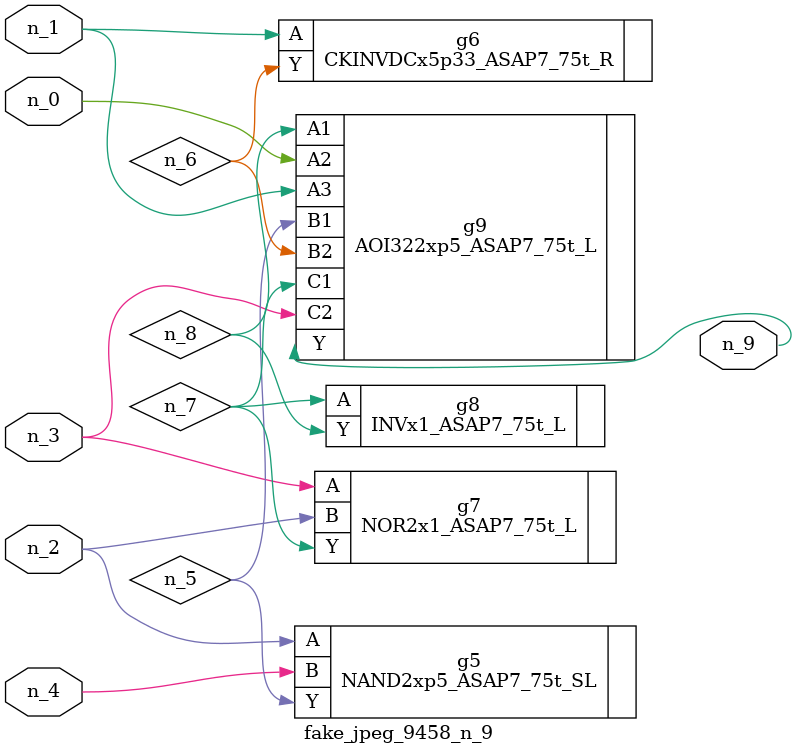
<source format=v>
module fake_jpeg_9458_n_9 (n_3, n_2, n_1, n_0, n_4, n_9);

input n_3;
input n_2;
input n_1;
input n_0;
input n_4;

output n_9;

wire n_8;
wire n_6;
wire n_5;
wire n_7;

NAND2xp5_ASAP7_75t_SL g5 ( 
.A(n_2),
.B(n_4),
.Y(n_5)
);

CKINVDCx5p33_ASAP7_75t_R g6 ( 
.A(n_1),
.Y(n_6)
);

NOR2x1_ASAP7_75t_L g7 ( 
.A(n_3),
.B(n_2),
.Y(n_7)
);

INVx1_ASAP7_75t_L g8 ( 
.A(n_7),
.Y(n_8)
);

AOI322xp5_ASAP7_75t_L g9 ( 
.A1(n_8),
.A2(n_0),
.A3(n_1),
.B1(n_5),
.B2(n_6),
.C1(n_7),
.C2(n_3),
.Y(n_9)
);


endmodule
</source>
